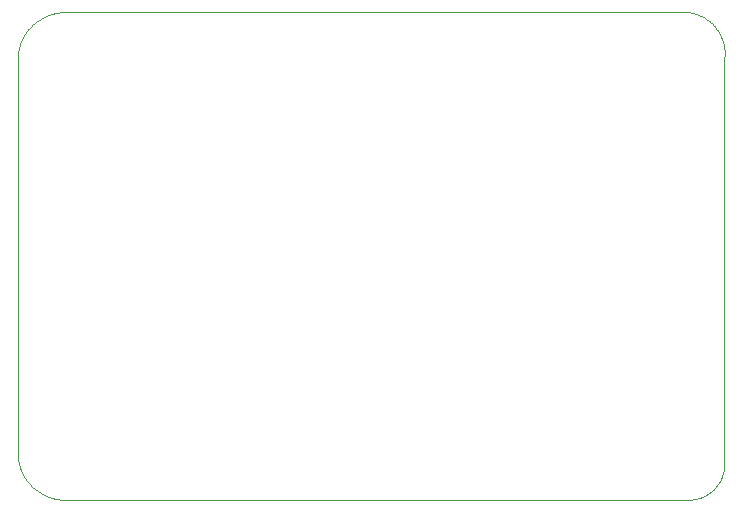
<source format=gbp>
G75*
%MOIN*%
%OFA0B0*%
%FSLAX25Y25*%
%IPPOS*%
%LPD*%
%AMOC8*
5,1,8,0,0,1.08239X$1,22.5*
%
%ADD10C,0.00000*%
D10*
X0021911Y0017616D02*
X0021911Y0148679D01*
X0021910Y0148679D02*
X0021915Y0149064D01*
X0021929Y0149450D01*
X0021953Y0149835D01*
X0021987Y0150219D01*
X0022029Y0150603D01*
X0022082Y0150985D01*
X0022143Y0151366D01*
X0022214Y0151745D01*
X0022294Y0152122D01*
X0022383Y0152498D01*
X0022482Y0152871D01*
X0022589Y0153241D01*
X0022706Y0153609D01*
X0022832Y0153974D01*
X0022966Y0154335D01*
X0023110Y0154693D01*
X0023262Y0155048D01*
X0023423Y0155399D01*
X0023592Y0155745D01*
X0023770Y0156088D01*
X0023956Y0156426D01*
X0024150Y0156759D01*
X0024353Y0157087D01*
X0024563Y0157411D01*
X0024781Y0157729D01*
X0025007Y0158041D01*
X0025241Y0158348D01*
X0025482Y0158650D01*
X0025730Y0158945D01*
X0025986Y0159234D01*
X0026249Y0159516D01*
X0026518Y0159792D01*
X0026794Y0160062D01*
X0027077Y0160324D01*
X0027366Y0160580D01*
X0027661Y0160828D01*
X0027962Y0161070D01*
X0028269Y0161303D01*
X0028582Y0161529D01*
X0028900Y0161747D01*
X0029223Y0161958D01*
X0029552Y0162160D01*
X0029885Y0162355D01*
X0030223Y0162541D01*
X0030565Y0162719D01*
X0030912Y0162888D01*
X0031263Y0163049D01*
X0031617Y0163201D01*
X0031975Y0163344D01*
X0032337Y0163479D01*
X0032702Y0163604D01*
X0033070Y0163721D01*
X0033440Y0163828D01*
X0033813Y0163927D01*
X0034188Y0164016D01*
X0034566Y0164096D01*
X0034945Y0164167D01*
X0035326Y0164229D01*
X0035708Y0164281D01*
X0036091Y0164323D01*
X0036476Y0164357D01*
X0036861Y0164381D01*
X0037246Y0164395D01*
X0037632Y0164400D01*
X0037633Y0164400D02*
X0245533Y0164400D01*
X0245533Y0164399D02*
X0245866Y0164349D01*
X0246197Y0164291D01*
X0246528Y0164225D01*
X0246856Y0164151D01*
X0247183Y0164070D01*
X0247507Y0163980D01*
X0247829Y0163882D01*
X0248149Y0163777D01*
X0248466Y0163664D01*
X0248780Y0163544D01*
X0249092Y0163416D01*
X0249400Y0163280D01*
X0249705Y0163137D01*
X0250006Y0162987D01*
X0250303Y0162829D01*
X0250597Y0162664D01*
X0250886Y0162493D01*
X0251172Y0162314D01*
X0251452Y0162128D01*
X0251729Y0161936D01*
X0252000Y0161737D01*
X0252267Y0161532D01*
X0252529Y0161320D01*
X0252785Y0161102D01*
X0253036Y0160878D01*
X0253282Y0160647D01*
X0253522Y0160411D01*
X0253756Y0160169D01*
X0253984Y0159922D01*
X0254207Y0159669D01*
X0254423Y0159411D01*
X0254632Y0159148D01*
X0254836Y0158879D01*
X0255032Y0158606D01*
X0255223Y0158329D01*
X0255406Y0158046D01*
X0255583Y0157760D01*
X0255752Y0157469D01*
X0255914Y0157174D01*
X0256070Y0156875D01*
X0256218Y0156573D01*
X0256358Y0156267D01*
X0256492Y0155958D01*
X0256617Y0155646D01*
X0256735Y0155330D01*
X0256846Y0155012D01*
X0256949Y0154692D01*
X0257044Y0154369D01*
X0257131Y0154044D01*
X0257210Y0153717D01*
X0257281Y0153388D01*
X0257345Y0153057D01*
X0257400Y0152725D01*
X0257447Y0152392D01*
X0257487Y0152057D01*
X0257518Y0151722D01*
X0257541Y0151386D01*
X0257556Y0151050D01*
X0257563Y0150713D01*
X0257561Y0150377D01*
X0257552Y0150040D01*
X0257534Y0149704D01*
X0257508Y0149368D01*
X0257475Y0149034D01*
X0257433Y0148700D01*
X0257415Y0013710D01*
X0257412Y0013425D01*
X0257402Y0013140D01*
X0257385Y0012855D01*
X0257361Y0012570D01*
X0257330Y0012286D01*
X0257293Y0012003D01*
X0257248Y0011721D01*
X0257197Y0011440D01*
X0257139Y0011161D01*
X0257074Y0010883D01*
X0257003Y0010606D01*
X0256925Y0010332D01*
X0256840Y0010059D01*
X0256748Y0009788D01*
X0256651Y0009520D01*
X0256546Y0009254D01*
X0256436Y0008991D01*
X0256319Y0008731D01*
X0256195Y0008473D01*
X0256066Y0008219D01*
X0255930Y0007968D01*
X0255788Y0007720D01*
X0255641Y0007475D01*
X0255487Y0007235D01*
X0255328Y0006998D01*
X0255163Y0006765D01*
X0254992Y0006536D01*
X0254816Y0006311D01*
X0254635Y0006091D01*
X0254448Y0005875D01*
X0254256Y0005663D01*
X0254059Y0005456D01*
X0253858Y0005255D01*
X0253651Y0005058D01*
X0253439Y0004866D01*
X0253223Y0004679D01*
X0253003Y0004498D01*
X0252778Y0004322D01*
X0252549Y0004151D01*
X0252316Y0003986D01*
X0252079Y0003827D01*
X0251839Y0003673D01*
X0251594Y0003526D01*
X0251346Y0003384D01*
X0251095Y0003248D01*
X0250841Y0003119D01*
X0250583Y0002995D01*
X0250323Y0002878D01*
X0250060Y0002768D01*
X0249794Y0002663D01*
X0249526Y0002566D01*
X0249255Y0002474D01*
X0248982Y0002389D01*
X0248708Y0002311D01*
X0248431Y0002240D01*
X0248153Y0002175D01*
X0247874Y0002117D01*
X0247593Y0002066D01*
X0247311Y0002021D01*
X0247028Y0001984D01*
X0246744Y0001953D01*
X0246459Y0001929D01*
X0246174Y0001912D01*
X0245889Y0001902D01*
X0245604Y0001899D01*
X0037628Y0001868D01*
X0037242Y0001874D01*
X0036856Y0001888D01*
X0036471Y0001913D01*
X0036087Y0001947D01*
X0035703Y0001990D01*
X0035321Y0002043D01*
X0034940Y0002105D01*
X0034560Y0002176D01*
X0034183Y0002256D01*
X0033807Y0002346D01*
X0033434Y0002445D01*
X0033064Y0002553D01*
X0032696Y0002671D01*
X0032331Y0002797D01*
X0031969Y0002932D01*
X0031611Y0003076D01*
X0031256Y0003228D01*
X0030906Y0003390D01*
X0030559Y0003559D01*
X0030217Y0003738D01*
X0029879Y0003924D01*
X0029545Y0004119D01*
X0029217Y0004322D01*
X0028894Y0004533D01*
X0028576Y0004752D01*
X0028263Y0004978D01*
X0027956Y0005212D01*
X0027655Y0005454D01*
X0027360Y0005703D01*
X0027071Y0005959D01*
X0026789Y0006222D01*
X0026513Y0006491D01*
X0026243Y0006768D01*
X0025981Y0007051D01*
X0025725Y0007340D01*
X0025477Y0007636D01*
X0025236Y0007938D01*
X0025003Y0008245D01*
X0024777Y0008558D01*
X0024559Y0008877D01*
X0024348Y0009200D01*
X0024146Y0009529D01*
X0023952Y0009863D01*
X0023766Y0010201D01*
X0023588Y0010544D01*
X0023419Y0010891D01*
X0023259Y0011242D01*
X0023107Y0011597D01*
X0022964Y0011955D01*
X0022829Y0012317D01*
X0022704Y0012682D01*
X0022587Y0013050D01*
X0022480Y0013421D01*
X0022382Y0013794D01*
X0022293Y0014170D01*
X0022213Y0014548D01*
X0022142Y0014927D01*
X0022081Y0015308D01*
X0022029Y0015691D01*
X0021987Y0016074D01*
X0021954Y0016459D01*
X0021930Y0016844D01*
X0021916Y0017230D01*
X0021911Y0017616D01*
M02*

</source>
